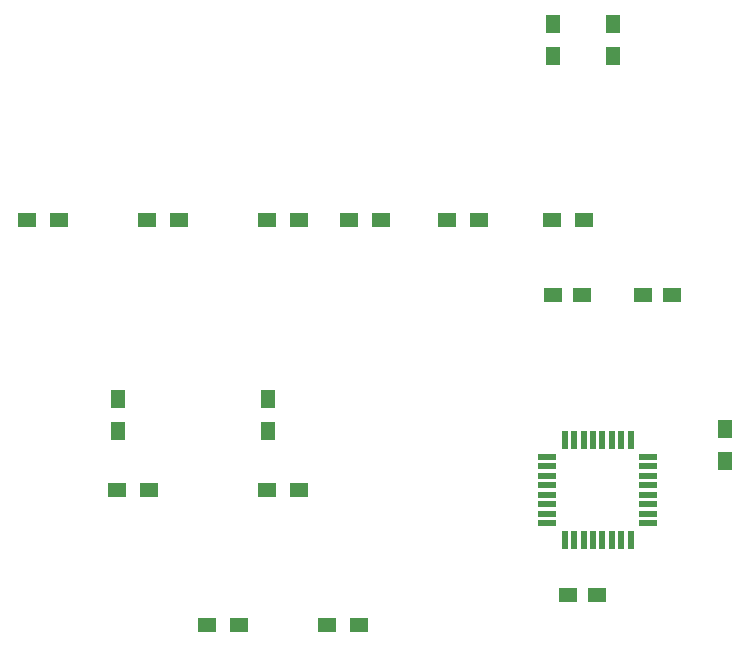
<source format=gtp>
G04 #@! TF.GenerationSoftware,KiCad,Pcbnew,(5.1.10-1-10_14)*
G04 #@! TF.CreationDate,2022-01-06T13:36:13+01:00*
G04 #@! TF.ProjectId,TrainSpeedo,54726169-6e53-4706-9565-646f2e6b6963,1.0a*
G04 #@! TF.SameCoordinates,Original*
G04 #@! TF.FileFunction,Paste,Top*
G04 #@! TF.FilePolarity,Positive*
%FSLAX46Y46*%
G04 Gerber Fmt 4.6, Leading zero omitted, Abs format (unit mm)*
G04 Created by KiCad (PCBNEW (5.1.10-1-10_14)) date 2022-01-06 13:36:13*
%MOMM*%
%LPD*%
G01*
G04 APERTURE LIST*
%ADD10R,1.500000X1.250000*%
%ADD11R,1.500000X1.300000*%
%ADD12R,1.300000X1.500000*%
%ADD13R,1.600000X0.550000*%
%ADD14R,0.550000X1.600000*%
G04 APERTURE END LIST*
D10*
X165120000Y-81280000D03*
X167620000Y-81280000D03*
X157500000Y-81280000D03*
X160000000Y-81280000D03*
X161270000Y-106680000D03*
X158770000Y-106680000D03*
D11*
X151210000Y-74930000D03*
X148510000Y-74930000D03*
X160100000Y-74930000D03*
X157400000Y-74930000D03*
D12*
X157480000Y-61040000D03*
X157480000Y-58340000D03*
X162560000Y-58340000D03*
X162560000Y-61040000D03*
X120650000Y-90090000D03*
X120650000Y-92790000D03*
X133350000Y-92790000D03*
X133350000Y-90090000D03*
D11*
X120570000Y-97790000D03*
X123270000Y-97790000D03*
X135970000Y-97790000D03*
X133270000Y-97790000D03*
X130890000Y-109220000D03*
X128190000Y-109220000D03*
X141050000Y-109220000D03*
X138350000Y-109220000D03*
D12*
X172085000Y-95330000D03*
X172085000Y-92630000D03*
D11*
X142955000Y-74930000D03*
X140255000Y-74930000D03*
X115650000Y-74930000D03*
X112950000Y-74930000D03*
X123110000Y-74930000D03*
X125810000Y-74930000D03*
X135970000Y-74930000D03*
X133270000Y-74930000D03*
D13*
X165540000Y-94990000D03*
X165540000Y-95790000D03*
X165540000Y-96590000D03*
X165540000Y-97390000D03*
X165540000Y-98190000D03*
X165540000Y-98990000D03*
X165540000Y-99790000D03*
X165540000Y-100590000D03*
D14*
X164090000Y-102040000D03*
X163290000Y-102040000D03*
X162490000Y-102040000D03*
X161690000Y-102040000D03*
X160890000Y-102040000D03*
X160090000Y-102040000D03*
X159290000Y-102040000D03*
X158490000Y-102040000D03*
D13*
X157040000Y-100590000D03*
X157040000Y-99790000D03*
X157040000Y-98990000D03*
X157040000Y-98190000D03*
X157040000Y-97390000D03*
X157040000Y-96590000D03*
X157040000Y-95790000D03*
X157040000Y-94990000D03*
D14*
X158490000Y-93540000D03*
X159290000Y-93540000D03*
X160090000Y-93540000D03*
X160890000Y-93540000D03*
X161690000Y-93540000D03*
X162490000Y-93540000D03*
X163290000Y-93540000D03*
X164090000Y-93540000D03*
M02*

</source>
